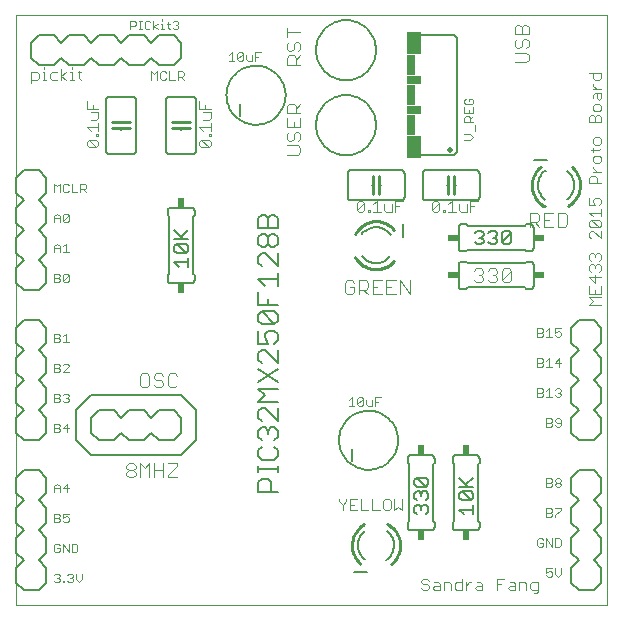
<source format=gto>
G75*
G70*
%OFA0B0*%
%FSLAX24Y24*%
%IPPOS*%
%LPD*%
%AMOC8*
5,1,8,0,0,1.08239X$1,22.5*
%
%ADD10C,0.0000*%
%ADD11C,0.0030*%
%ADD12C,0.0040*%
%ADD13C,0.0060*%
%ADD14C,0.0080*%
%ADD15C,0.0050*%
%ADD16C,0.0100*%
%ADD17C,0.0200*%
%ADD18R,0.0500X0.0750*%
%ADD19R,0.0300X0.0700*%
%ADD20R,0.0500X0.0300*%
%ADD21R,0.0340X0.0240*%
%ADD22R,0.0240X0.0340*%
D10*
X000685Y000685D02*
X000685Y020370D01*
X020370Y020370D01*
X020370Y000685D01*
X000685Y000685D01*
D11*
X001950Y001499D02*
X001999Y001450D01*
X002095Y001450D01*
X002144Y001499D01*
X002144Y001547D01*
X002095Y001595D01*
X002047Y001595D01*
X002095Y001595D02*
X002144Y001644D01*
X002144Y001692D01*
X002095Y001741D01*
X001999Y001741D01*
X001950Y001692D01*
X002245Y001499D02*
X002293Y001499D01*
X002293Y001450D01*
X002245Y001450D01*
X002245Y001499D01*
X002392Y001499D02*
X002441Y001450D01*
X002537Y001450D01*
X002586Y001499D01*
X002586Y001547D01*
X002537Y001595D01*
X002489Y001595D01*
X002537Y001595D02*
X002586Y001644D01*
X002586Y001692D01*
X002537Y001741D01*
X002441Y001741D01*
X002392Y001692D01*
X002687Y001741D02*
X002687Y001547D01*
X002784Y001450D01*
X002880Y001547D01*
X002880Y001741D01*
X002685Y002450D02*
X002733Y002499D01*
X002733Y002692D01*
X002685Y002741D01*
X002540Y002741D01*
X002540Y002450D01*
X002685Y002450D01*
X002438Y002450D02*
X002438Y002741D01*
X002245Y002741D02*
X002438Y002450D01*
X002245Y002450D02*
X002245Y002741D01*
X002144Y002692D02*
X002095Y002741D01*
X001999Y002741D01*
X001950Y002692D01*
X001950Y002499D01*
X001999Y002450D01*
X002095Y002450D01*
X002144Y002499D01*
X002144Y002595D01*
X002047Y002595D01*
X002095Y003450D02*
X001950Y003450D01*
X001950Y003741D01*
X002095Y003741D01*
X002144Y003692D01*
X002144Y003644D01*
X002095Y003595D01*
X001950Y003595D01*
X002095Y003595D02*
X002144Y003547D01*
X002144Y003499D01*
X002095Y003450D01*
X002245Y003499D02*
X002293Y003450D01*
X002390Y003450D01*
X002438Y003499D01*
X002438Y003595D01*
X002390Y003644D01*
X002342Y003644D01*
X002245Y003595D01*
X002245Y003741D01*
X002438Y003741D01*
X002390Y004450D02*
X002390Y004741D01*
X002245Y004595D01*
X002438Y004595D01*
X002144Y004595D02*
X001950Y004595D01*
X001950Y004644D02*
X002047Y004741D01*
X002144Y004644D01*
X002144Y004450D01*
X001950Y004450D02*
X001950Y004644D01*
X001950Y006450D02*
X002095Y006450D01*
X002144Y006499D01*
X002144Y006547D01*
X002095Y006595D01*
X001950Y006595D01*
X001950Y006450D02*
X001950Y006741D01*
X002095Y006741D01*
X002144Y006692D01*
X002144Y006644D01*
X002095Y006595D01*
X002245Y006595D02*
X002438Y006595D01*
X002390Y006450D02*
X002390Y006741D01*
X002245Y006595D01*
X002293Y007450D02*
X002245Y007499D01*
X002293Y007450D02*
X002390Y007450D01*
X002438Y007499D01*
X002438Y007547D01*
X002390Y007595D01*
X002342Y007595D01*
X002390Y007595D02*
X002438Y007644D01*
X002438Y007692D01*
X002390Y007741D01*
X002293Y007741D01*
X002245Y007692D01*
X002144Y007692D02*
X002144Y007644D01*
X002095Y007595D01*
X001950Y007595D01*
X001950Y007450D02*
X002095Y007450D01*
X002144Y007499D01*
X002144Y007547D01*
X002095Y007595D01*
X002144Y007692D02*
X002095Y007741D01*
X001950Y007741D01*
X001950Y007450D01*
X001950Y008450D02*
X002095Y008450D01*
X002144Y008499D01*
X002144Y008547D01*
X002095Y008595D01*
X001950Y008595D01*
X001950Y008450D02*
X001950Y008741D01*
X002095Y008741D01*
X002144Y008692D01*
X002144Y008644D01*
X002095Y008595D01*
X002245Y008692D02*
X002293Y008741D01*
X002390Y008741D01*
X002438Y008692D01*
X002438Y008644D01*
X002245Y008450D01*
X002438Y008450D01*
X002438Y009450D02*
X002245Y009450D01*
X002342Y009450D02*
X002342Y009741D01*
X002245Y009644D01*
X002144Y009644D02*
X002095Y009595D01*
X001950Y009595D01*
X001950Y009450D02*
X002095Y009450D01*
X002144Y009499D01*
X002144Y009547D01*
X002095Y009595D01*
X002144Y009644D02*
X002144Y009692D01*
X002095Y009741D01*
X001950Y009741D01*
X001950Y009450D01*
X001950Y011450D02*
X002095Y011450D01*
X002144Y011499D01*
X002144Y011547D01*
X002095Y011595D01*
X001950Y011595D01*
X001950Y011450D02*
X001950Y011741D01*
X002095Y011741D01*
X002144Y011692D01*
X002144Y011644D01*
X002095Y011595D01*
X002245Y011499D02*
X002438Y011692D01*
X002438Y011499D01*
X002390Y011450D01*
X002293Y011450D01*
X002245Y011499D01*
X002245Y011692D01*
X002293Y011741D01*
X002390Y011741D01*
X002438Y011692D01*
X002438Y012450D02*
X002245Y012450D01*
X002342Y012450D02*
X002342Y012741D01*
X002245Y012644D01*
X002144Y012644D02*
X002144Y012450D01*
X002144Y012595D02*
X001950Y012595D01*
X001950Y012644D02*
X002047Y012741D01*
X002144Y012644D01*
X001950Y012644D02*
X001950Y012450D01*
X001950Y013450D02*
X001950Y013644D01*
X002047Y013741D01*
X002144Y013644D01*
X002144Y013450D01*
X002245Y013499D02*
X002438Y013692D01*
X002438Y013499D01*
X002390Y013450D01*
X002293Y013450D01*
X002245Y013499D01*
X002245Y013692D01*
X002293Y013741D01*
X002390Y013741D01*
X002438Y013692D01*
X002144Y013595D02*
X001950Y013595D01*
X001950Y014450D02*
X001950Y014741D01*
X002047Y014644D01*
X002144Y014741D01*
X002144Y014450D01*
X002245Y014499D02*
X002293Y014450D01*
X002390Y014450D01*
X002438Y014499D01*
X002540Y014450D02*
X002540Y014741D01*
X002438Y014692D02*
X002390Y014741D01*
X002293Y014741D01*
X002245Y014692D01*
X002245Y014499D01*
X002540Y014450D02*
X002733Y014450D01*
X002834Y014450D02*
X002834Y014741D01*
X002979Y014741D01*
X003028Y014692D01*
X003028Y014595D01*
X002979Y014547D01*
X002834Y014547D01*
X002931Y014547D02*
X003028Y014450D01*
X003112Y015950D02*
X003050Y016012D01*
X003050Y016136D01*
X003112Y016197D01*
X003359Y015950D01*
X003420Y016012D01*
X003420Y016136D01*
X003359Y016197D01*
X003112Y016197D01*
X003112Y015950D02*
X003359Y015950D01*
X003359Y016319D02*
X003359Y016380D01*
X003420Y016380D01*
X003420Y016319D01*
X003359Y016319D01*
X003420Y016503D02*
X003420Y016750D01*
X003420Y016626D02*
X003050Y016626D01*
X003174Y016503D01*
X003174Y016871D02*
X003359Y016871D01*
X003420Y016933D01*
X003420Y017118D01*
X003174Y017118D01*
X003235Y017239D02*
X003235Y017363D01*
X003050Y017239D02*
X003050Y017486D01*
X003050Y017239D02*
X003420Y017239D01*
X002858Y018200D02*
X002797Y018262D01*
X002797Y018509D01*
X002858Y018447D02*
X002735Y018447D01*
X002551Y018447D02*
X002551Y018200D01*
X002489Y018200D02*
X002613Y018200D01*
X002368Y018200D02*
X002182Y018324D01*
X002368Y018447D01*
X002489Y018447D02*
X002551Y018447D01*
X002551Y018571D02*
X002551Y018632D01*
X002182Y018571D02*
X002182Y018200D01*
X002061Y018200D02*
X001876Y018200D01*
X001814Y018262D01*
X001814Y018386D01*
X001876Y018447D01*
X002061Y018447D01*
X001692Y018200D02*
X001569Y018200D01*
X001630Y018200D02*
X001630Y018447D01*
X001569Y018447D01*
X001447Y018386D02*
X001447Y018262D01*
X001386Y018200D01*
X001200Y018200D01*
X001200Y018077D02*
X001200Y018447D01*
X001386Y018447D01*
X001447Y018386D01*
X001630Y018571D02*
X001630Y018632D01*
X004482Y019880D02*
X004482Y020171D01*
X004627Y020171D01*
X004675Y020122D01*
X004675Y020025D01*
X004627Y019977D01*
X004482Y019977D01*
X004776Y019880D02*
X004873Y019880D01*
X004825Y019880D02*
X004825Y020171D01*
X004873Y020171D02*
X004776Y020171D01*
X004973Y020122D02*
X004973Y019929D01*
X005021Y019880D01*
X005118Y019880D01*
X005166Y019929D01*
X005267Y019977D02*
X005412Y020074D01*
X005513Y020074D02*
X005561Y020074D01*
X005561Y019880D01*
X005513Y019880D02*
X005610Y019880D01*
X005758Y019929D02*
X005758Y020122D01*
X005806Y020074D02*
X005709Y020074D01*
X005758Y019929D02*
X005806Y019880D01*
X005906Y019929D02*
X005954Y019880D01*
X006051Y019880D01*
X006099Y019929D01*
X006099Y019977D01*
X006051Y020025D01*
X006002Y020025D01*
X006051Y020025D02*
X006099Y020074D01*
X006099Y020122D01*
X006051Y020171D01*
X005954Y020171D01*
X005906Y020122D01*
X005561Y020171D02*
X005561Y020219D01*
X005267Y020171D02*
X005267Y019880D01*
X005267Y019977D02*
X005412Y019880D01*
X005166Y020122D02*
X005118Y020171D01*
X005021Y020171D01*
X004973Y020122D01*
X005200Y018491D02*
X005297Y018394D01*
X005394Y018491D01*
X005394Y018200D01*
X005495Y018249D02*
X005495Y018442D01*
X005543Y018491D01*
X005640Y018491D01*
X005688Y018442D01*
X005790Y018491D02*
X005790Y018200D01*
X005983Y018200D01*
X006084Y018200D02*
X006084Y018491D01*
X006229Y018491D01*
X006278Y018442D01*
X006278Y018345D01*
X006229Y018297D01*
X006084Y018297D01*
X006181Y018297D02*
X006278Y018200D01*
X005688Y018249D02*
X005640Y018200D01*
X005543Y018200D01*
X005495Y018249D01*
X005200Y018200D02*
X005200Y018491D01*
X006800Y017486D02*
X006800Y017239D01*
X007170Y017239D01*
X007170Y017118D02*
X006924Y017118D01*
X006985Y017239D02*
X006985Y017363D01*
X007170Y017118D02*
X007170Y016933D01*
X007109Y016871D01*
X006924Y016871D01*
X006800Y016626D02*
X007170Y016626D01*
X007170Y016503D02*
X007170Y016750D01*
X006924Y016503D02*
X006800Y016626D01*
X007109Y016380D02*
X007170Y016380D01*
X007170Y016319D01*
X007109Y016319D01*
X007109Y016380D01*
X007109Y016197D02*
X007170Y016136D01*
X007170Y016012D01*
X007109Y015950D01*
X006862Y016197D01*
X007109Y016197D01*
X007109Y015950D02*
X006862Y015950D01*
X006800Y016012D01*
X006800Y016136D01*
X006862Y016197D01*
X007772Y018830D02*
X007965Y018830D01*
X007869Y018830D02*
X007869Y019121D01*
X007772Y019024D01*
X008066Y019072D02*
X008066Y018879D01*
X008260Y019072D01*
X008260Y018879D01*
X008212Y018830D01*
X008115Y018830D01*
X008066Y018879D01*
X008066Y019072D02*
X008115Y019121D01*
X008212Y019121D01*
X008260Y019072D01*
X008361Y019024D02*
X008361Y018879D01*
X008409Y018830D01*
X008555Y018830D01*
X008555Y019024D01*
X008656Y018975D02*
X008752Y018975D01*
X008656Y018830D02*
X008656Y019121D01*
X008849Y019121D01*
X012105Y014171D02*
X012043Y014109D01*
X012043Y013862D01*
X012290Y014109D01*
X012290Y013862D01*
X012228Y013800D01*
X012105Y013800D01*
X012043Y013862D01*
X012105Y014171D02*
X012228Y014171D01*
X012290Y014109D01*
X012411Y013862D02*
X012473Y013862D01*
X012473Y013800D01*
X012411Y013800D01*
X012411Y013862D01*
X012595Y013800D02*
X012842Y013800D01*
X012719Y013800D02*
X012719Y014171D01*
X012595Y014047D01*
X012964Y014047D02*
X012964Y013862D01*
X013025Y013800D01*
X013211Y013800D01*
X013211Y014047D01*
X013332Y013986D02*
X013455Y013986D01*
X013332Y013800D02*
X013332Y014171D01*
X013579Y014171D01*
X014543Y014109D02*
X014543Y013862D01*
X014790Y014109D01*
X014790Y013862D01*
X014728Y013800D01*
X014605Y013800D01*
X014543Y013862D01*
X014543Y014109D02*
X014605Y014171D01*
X014728Y014171D01*
X014790Y014109D01*
X014911Y013862D02*
X014973Y013862D01*
X014973Y013800D01*
X014911Y013800D01*
X014911Y013862D01*
X015095Y013800D02*
X015342Y013800D01*
X015219Y013800D02*
X015219Y014171D01*
X015095Y014047D01*
X015464Y014047D02*
X015464Y013862D01*
X015525Y013800D01*
X015711Y013800D01*
X015711Y014047D01*
X015832Y013986D02*
X015955Y013986D01*
X015832Y013800D02*
X015832Y014171D01*
X016079Y014171D01*
X015824Y016200D02*
X015630Y016200D01*
X015824Y016200D02*
X015920Y016297D01*
X015824Y016394D01*
X015630Y016394D01*
X015969Y016495D02*
X015969Y016688D01*
X015920Y016790D02*
X015630Y016790D01*
X015630Y016935D01*
X015679Y016983D01*
X015775Y016983D01*
X015824Y016935D01*
X015824Y016790D01*
X015824Y016886D02*
X015920Y016983D01*
X015920Y017084D02*
X015920Y017278D01*
X015872Y017379D02*
X015679Y017379D01*
X015630Y017427D01*
X015630Y017524D01*
X015679Y017572D01*
X015775Y017572D02*
X015775Y017476D01*
X015775Y017572D02*
X015872Y017572D01*
X015920Y017524D01*
X015920Y017427D01*
X015872Y017379D01*
X015775Y017181D02*
X015775Y017084D01*
X015630Y017084D02*
X015630Y017278D01*
X015630Y017084D02*
X015920Y017084D01*
X019800Y016963D02*
X019800Y016777D01*
X020170Y016777D01*
X020170Y016963D01*
X020109Y017024D01*
X020047Y017024D01*
X019985Y016963D01*
X019985Y016777D01*
X019985Y016963D02*
X019924Y017024D01*
X019862Y017024D01*
X019800Y016963D01*
X019985Y017146D02*
X020109Y017146D01*
X020170Y017207D01*
X020170Y017331D01*
X020109Y017393D01*
X019985Y017393D01*
X019924Y017331D01*
X019924Y017207D01*
X019985Y017146D01*
X020109Y017514D02*
X020047Y017576D01*
X020047Y017761D01*
X019985Y017761D02*
X020170Y017761D01*
X020170Y017576D01*
X020109Y017514D01*
X019924Y017576D02*
X019924Y017699D01*
X019985Y017761D01*
X019924Y017882D02*
X020170Y017882D01*
X020047Y017882D02*
X019924Y018006D01*
X019924Y018067D01*
X019985Y018189D02*
X019924Y018251D01*
X019924Y018436D01*
X019800Y018436D02*
X020170Y018436D01*
X020170Y018251D01*
X020109Y018189D01*
X019985Y018189D01*
X019985Y016288D02*
X019924Y016226D01*
X019924Y016102D01*
X019985Y016041D01*
X020109Y016041D01*
X020170Y016102D01*
X020170Y016226D01*
X020109Y016288D01*
X019985Y016288D01*
X019924Y015919D02*
X019924Y015795D01*
X019862Y015857D02*
X020109Y015857D01*
X020170Y015919D01*
X020109Y015674D02*
X019985Y015674D01*
X019924Y015612D01*
X019924Y015489D01*
X019985Y015427D01*
X020109Y015427D01*
X020170Y015489D01*
X020170Y015612D01*
X020109Y015674D01*
X019924Y015305D02*
X019924Y015243D01*
X020047Y015120D01*
X020170Y015120D02*
X019924Y015120D01*
X019985Y014999D02*
X020047Y014937D01*
X020047Y014752D01*
X020170Y014752D02*
X019800Y014752D01*
X019800Y014937D01*
X019862Y014999D01*
X019985Y014999D01*
X019985Y014262D02*
X020109Y014262D01*
X020170Y014200D01*
X020170Y014077D01*
X020109Y014015D01*
X019985Y014015D02*
X019924Y014139D01*
X019924Y014200D01*
X019985Y014262D01*
X019800Y014262D02*
X019800Y014015D01*
X019985Y014015D01*
X020170Y013894D02*
X020170Y013647D01*
X020170Y013770D02*
X019800Y013770D01*
X019924Y013647D01*
X019862Y013525D02*
X019800Y013464D01*
X019800Y013340D01*
X019862Y013279D01*
X020109Y013279D01*
X019862Y013525D01*
X020109Y013525D01*
X020170Y013464D01*
X020170Y013340D01*
X020109Y013279D01*
X020170Y013157D02*
X020170Y012910D01*
X019924Y013157D01*
X019862Y013157D01*
X019800Y013095D01*
X019800Y012972D01*
X019862Y012910D01*
X019862Y012420D02*
X019800Y012359D01*
X019800Y012235D01*
X019862Y012174D01*
X019862Y012052D02*
X019800Y011990D01*
X019800Y011867D01*
X019862Y011805D01*
X019985Y011684D02*
X019985Y011437D01*
X019800Y011622D01*
X020170Y011622D01*
X020109Y011805D02*
X020170Y011867D01*
X020170Y011990D01*
X020109Y012052D01*
X020047Y012052D01*
X019985Y011990D01*
X019985Y011929D01*
X019985Y011990D02*
X019924Y012052D01*
X019862Y012052D01*
X019985Y012297D02*
X019985Y012359D01*
X020047Y012420D01*
X020109Y012420D01*
X020170Y012359D01*
X020170Y012235D01*
X020109Y012174D01*
X019985Y012359D02*
X019924Y012420D01*
X019862Y012420D01*
X019800Y011316D02*
X019800Y011069D01*
X020170Y011069D01*
X020170Y011316D01*
X019985Y011192D02*
X019985Y011069D01*
X019800Y010947D02*
X020170Y010947D01*
X020170Y010700D02*
X019800Y010700D01*
X019924Y010824D01*
X019800Y010947D01*
X018849Y009921D02*
X018656Y009921D01*
X018656Y009775D01*
X018752Y009824D01*
X018801Y009824D01*
X018849Y009775D01*
X018849Y009679D01*
X018801Y009630D01*
X018704Y009630D01*
X018656Y009679D01*
X018555Y009630D02*
X018361Y009630D01*
X018458Y009630D02*
X018458Y009921D01*
X018361Y009824D01*
X018260Y009824D02*
X018212Y009775D01*
X018066Y009775D01*
X018066Y009630D02*
X018212Y009630D01*
X018260Y009679D01*
X018260Y009727D01*
X018212Y009775D01*
X018260Y009824D02*
X018260Y009872D01*
X018212Y009921D01*
X018066Y009921D01*
X018066Y009630D01*
X018066Y008921D02*
X018212Y008921D01*
X018260Y008872D01*
X018260Y008824D01*
X018212Y008775D01*
X018066Y008775D01*
X018066Y008630D02*
X018066Y008921D01*
X018212Y008775D02*
X018260Y008727D01*
X018260Y008679D01*
X018212Y008630D01*
X018066Y008630D01*
X018361Y008630D02*
X018555Y008630D01*
X018458Y008630D02*
X018458Y008921D01*
X018361Y008824D01*
X018656Y008775D02*
X018849Y008775D01*
X018801Y008630D02*
X018801Y008921D01*
X018656Y008775D01*
X018704Y007921D02*
X018801Y007921D01*
X018849Y007872D01*
X018849Y007824D01*
X018801Y007775D01*
X018849Y007727D01*
X018849Y007679D01*
X018801Y007630D01*
X018704Y007630D01*
X018656Y007679D01*
X018555Y007630D02*
X018361Y007630D01*
X018458Y007630D02*
X018458Y007921D01*
X018361Y007824D01*
X018260Y007824D02*
X018212Y007775D01*
X018066Y007775D01*
X018066Y007630D02*
X018066Y007921D01*
X018212Y007921D01*
X018260Y007872D01*
X018260Y007824D01*
X018212Y007775D02*
X018260Y007727D01*
X018260Y007679D01*
X018212Y007630D01*
X018066Y007630D01*
X018656Y007872D02*
X018704Y007921D01*
X018752Y007775D02*
X018801Y007775D01*
X018801Y006921D02*
X018704Y006921D01*
X018656Y006872D01*
X018656Y006824D01*
X018704Y006775D01*
X018849Y006775D01*
X018849Y006679D02*
X018849Y006872D01*
X018801Y006921D01*
X018849Y006679D02*
X018801Y006630D01*
X018704Y006630D01*
X018656Y006679D01*
X018555Y006679D02*
X018506Y006630D01*
X018361Y006630D01*
X018361Y006921D01*
X018506Y006921D01*
X018555Y006872D01*
X018555Y006824D01*
X018506Y006775D01*
X018361Y006775D01*
X018506Y006775D02*
X018555Y006727D01*
X018555Y006679D01*
X018506Y004921D02*
X018361Y004921D01*
X018361Y004630D01*
X018506Y004630D01*
X018555Y004679D01*
X018555Y004727D01*
X018506Y004775D01*
X018361Y004775D01*
X018506Y004775D02*
X018555Y004824D01*
X018555Y004872D01*
X018506Y004921D01*
X018656Y004872D02*
X018656Y004824D01*
X018704Y004775D01*
X018801Y004775D01*
X018849Y004727D01*
X018849Y004679D01*
X018801Y004630D01*
X018704Y004630D01*
X018656Y004679D01*
X018656Y004727D01*
X018704Y004775D01*
X018801Y004775D02*
X018849Y004824D01*
X018849Y004872D01*
X018801Y004921D01*
X018704Y004921D01*
X018656Y004872D01*
X018656Y003921D02*
X018849Y003921D01*
X018849Y003872D01*
X018656Y003679D01*
X018656Y003630D01*
X018555Y003679D02*
X018506Y003630D01*
X018361Y003630D01*
X018361Y003921D01*
X018506Y003921D01*
X018555Y003872D01*
X018555Y003824D01*
X018506Y003775D01*
X018361Y003775D01*
X018506Y003775D02*
X018555Y003727D01*
X018555Y003679D01*
X018555Y002921D02*
X018555Y002630D01*
X018361Y002921D01*
X018361Y002630D01*
X018260Y002679D02*
X018260Y002775D01*
X018163Y002775D01*
X018066Y002679D02*
X018115Y002630D01*
X018212Y002630D01*
X018260Y002679D01*
X018260Y002872D02*
X018212Y002921D01*
X018115Y002921D01*
X018066Y002872D01*
X018066Y002679D01*
X018656Y002630D02*
X018801Y002630D01*
X018849Y002679D01*
X018849Y002872D01*
X018801Y002921D01*
X018656Y002921D01*
X018656Y002630D01*
X018656Y001921D02*
X018656Y001727D01*
X018752Y001630D01*
X018849Y001727D01*
X018849Y001921D01*
X018555Y001921D02*
X018361Y001921D01*
X018361Y001775D01*
X018458Y001824D01*
X018506Y001824D01*
X018555Y001775D01*
X018555Y001679D01*
X018506Y001630D01*
X018409Y001630D01*
X018361Y001679D01*
X018069Y001447D02*
X017884Y001447D01*
X017822Y001386D01*
X017822Y001262D01*
X017884Y001200D01*
X018069Y001200D01*
X018069Y001139D02*
X018069Y001447D01*
X018069Y001139D02*
X018007Y001077D01*
X017945Y001077D01*
X017701Y001200D02*
X017701Y001386D01*
X017639Y001447D01*
X017454Y001447D01*
X017454Y001200D01*
X017332Y001200D02*
X017147Y001200D01*
X017085Y001262D01*
X017147Y001324D01*
X017332Y001324D01*
X017332Y001386D02*
X017332Y001200D01*
X017332Y001386D02*
X017271Y001447D01*
X017147Y001447D01*
X016964Y001571D02*
X016717Y001571D01*
X016717Y001200D01*
X016717Y001386D02*
X016841Y001386D01*
X016227Y001386D02*
X016227Y001200D01*
X016042Y001200D01*
X015980Y001262D01*
X016042Y001324D01*
X016227Y001324D01*
X016227Y001386D02*
X016166Y001447D01*
X016042Y001447D01*
X015859Y001447D02*
X015797Y001447D01*
X015674Y001324D01*
X015674Y001447D02*
X015674Y001200D01*
X015552Y001200D02*
X015367Y001200D01*
X015305Y001262D01*
X015305Y001386D01*
X015367Y001447D01*
X015552Y001447D01*
X015552Y001571D02*
X015552Y001200D01*
X015184Y001200D02*
X015184Y001386D01*
X015122Y001447D01*
X014937Y001447D01*
X014937Y001200D01*
X014816Y001200D02*
X014816Y001386D01*
X014754Y001447D01*
X014630Y001447D01*
X014630Y001324D02*
X014816Y001324D01*
X014816Y001200D02*
X014630Y001200D01*
X014569Y001262D01*
X014630Y001324D01*
X014447Y001324D02*
X014447Y001262D01*
X014386Y001200D01*
X014262Y001200D01*
X014200Y001262D01*
X014262Y001386D02*
X014386Y001386D01*
X014447Y001324D01*
X014447Y001509D02*
X014386Y001571D01*
X014262Y001571D01*
X014200Y001509D01*
X014200Y001447D01*
X014262Y001386D01*
X013539Y003850D02*
X013539Y004221D01*
X013292Y004221D02*
X013292Y003850D01*
X013415Y003974D01*
X013539Y003850D01*
X013170Y003912D02*
X013170Y004159D01*
X013109Y004221D01*
X012985Y004221D01*
X012924Y004159D01*
X012924Y003912D01*
X012985Y003850D01*
X013109Y003850D01*
X013170Y003912D01*
X012802Y003850D02*
X012555Y003850D01*
X012555Y004221D01*
X012187Y004221D02*
X012187Y003850D01*
X012434Y003850D01*
X012066Y003850D02*
X011819Y003850D01*
X011819Y004221D01*
X012066Y004221D01*
X011942Y004036D02*
X011819Y004036D01*
X011697Y004159D02*
X011697Y004221D01*
X011697Y004159D02*
X011574Y004036D01*
X011574Y003850D01*
X011574Y004036D02*
X011450Y004159D01*
X011450Y004221D01*
X011772Y007330D02*
X011965Y007330D01*
X011869Y007330D02*
X011869Y007621D01*
X011772Y007524D01*
X012066Y007572D02*
X012066Y007379D01*
X012260Y007572D01*
X012260Y007379D01*
X012212Y007330D01*
X012115Y007330D01*
X012066Y007379D01*
X012066Y007572D02*
X012115Y007621D01*
X012212Y007621D01*
X012260Y007572D01*
X012361Y007524D02*
X012361Y007379D01*
X012409Y007330D01*
X012555Y007330D01*
X012555Y007524D01*
X012656Y007475D02*
X012752Y007475D01*
X012656Y007330D02*
X012656Y007621D01*
X012849Y007621D01*
D12*
X012881Y011055D02*
X012574Y011055D01*
X012574Y011516D01*
X012881Y011516D01*
X013034Y011516D02*
X013034Y011055D01*
X013341Y011055D01*
X013495Y011055D02*
X013495Y011516D01*
X013802Y011055D01*
X013802Y011516D01*
X013341Y011516D02*
X013034Y011516D01*
X013034Y011286D02*
X013188Y011286D01*
X012728Y011286D02*
X012574Y011286D01*
X012421Y011286D02*
X012344Y011209D01*
X012114Y011209D01*
X012267Y011209D02*
X012421Y011055D01*
X012114Y011055D02*
X012114Y011516D01*
X012344Y011516D01*
X012421Y011439D01*
X012421Y011286D01*
X011960Y011286D02*
X011960Y011132D01*
X011884Y011055D01*
X011730Y011055D01*
X011653Y011132D01*
X011653Y011439D01*
X011730Y011516D01*
X011884Y011516D01*
X011960Y011439D01*
X011960Y011286D02*
X011807Y011286D01*
X015955Y011532D02*
X016032Y011455D01*
X016186Y011455D01*
X016262Y011532D01*
X016262Y011609D01*
X016186Y011686D01*
X016109Y011686D01*
X016186Y011686D02*
X016262Y011762D01*
X016262Y011839D01*
X016186Y011916D01*
X016032Y011916D01*
X015955Y011839D01*
X016416Y011839D02*
X016492Y011916D01*
X016646Y011916D01*
X016723Y011839D01*
X016723Y011762D01*
X016646Y011686D01*
X016723Y011609D01*
X016723Y011532D01*
X016646Y011455D01*
X016492Y011455D01*
X016416Y011532D01*
X016569Y011686D02*
X016646Y011686D01*
X016876Y011839D02*
X016953Y011916D01*
X017106Y011916D01*
X017183Y011839D01*
X016876Y011532D01*
X016953Y011455D01*
X017106Y011455D01*
X017183Y011532D01*
X017183Y011839D01*
X016876Y011839D02*
X016876Y011532D01*
X017824Y013305D02*
X017824Y013766D01*
X018054Y013766D01*
X018131Y013689D01*
X018131Y013536D01*
X018054Y013459D01*
X017824Y013459D01*
X017978Y013459D02*
X018131Y013305D01*
X018285Y013305D02*
X018591Y013305D01*
X018745Y013305D02*
X018975Y013305D01*
X019052Y013382D01*
X019052Y013689D01*
X018975Y013766D01*
X018745Y013766D01*
X018745Y013305D01*
X018438Y013536D02*
X018285Y013536D01*
X018285Y013766D02*
X018285Y013305D01*
X018285Y013766D02*
X018591Y013766D01*
X017693Y018796D02*
X017309Y018796D01*
X017309Y019103D02*
X017693Y019103D01*
X017770Y019026D01*
X017770Y018873D01*
X017693Y018796D01*
X017693Y019256D02*
X017770Y019333D01*
X017770Y019486D01*
X017693Y019563D01*
X017616Y019563D01*
X017540Y019486D01*
X017540Y019333D01*
X017463Y019256D01*
X017386Y019256D01*
X017309Y019333D01*
X017309Y019486D01*
X017386Y019563D01*
X017309Y019717D02*
X017309Y019947D01*
X017386Y020024D01*
X017463Y020024D01*
X017540Y019947D01*
X017540Y019717D01*
X017770Y019717D02*
X017770Y019947D01*
X017693Y020024D01*
X017616Y020024D01*
X017540Y019947D01*
X017770Y019717D02*
X017309Y019717D01*
X010165Y019779D02*
X009705Y019779D01*
X009705Y019626D02*
X009705Y019933D01*
X009782Y019473D02*
X009705Y019396D01*
X009705Y019242D01*
X009782Y019166D01*
X009858Y019166D01*
X009935Y019242D01*
X009935Y019396D01*
X010012Y019473D01*
X010089Y019473D01*
X010165Y019396D01*
X010165Y019242D01*
X010089Y019166D01*
X010165Y019012D02*
X010012Y018859D01*
X010012Y018936D02*
X010012Y018705D01*
X010165Y018705D02*
X009705Y018705D01*
X009705Y018936D01*
X009782Y019012D01*
X009935Y019012D01*
X010012Y018936D01*
X009935Y017393D02*
X009782Y017393D01*
X009705Y017317D01*
X009705Y017086D01*
X010165Y017086D01*
X010165Y016933D02*
X010165Y016626D01*
X009705Y016626D01*
X009705Y016933D01*
X009935Y016779D02*
X009935Y016626D01*
X010012Y016473D02*
X010089Y016473D01*
X010165Y016396D01*
X010165Y016242D01*
X010089Y016166D01*
X010089Y016012D02*
X009705Y016012D01*
X009782Y016166D02*
X009858Y016166D01*
X009935Y016242D01*
X009935Y016396D01*
X010012Y016473D01*
X009782Y016473D02*
X009705Y016396D01*
X009705Y016242D01*
X009782Y016166D01*
X010089Y016012D02*
X010165Y015936D01*
X010165Y015782D01*
X010089Y015705D01*
X009705Y015705D01*
X010012Y017086D02*
X010012Y017317D01*
X009935Y017393D01*
X010012Y017240D02*
X010165Y017393D01*
X005975Y008416D02*
X005822Y008416D01*
X005745Y008339D01*
X005745Y008032D01*
X005822Y007955D01*
X005975Y007955D01*
X006052Y008032D01*
X006052Y008339D02*
X005975Y008416D01*
X005591Y008339D02*
X005515Y008416D01*
X005361Y008416D01*
X005285Y008339D01*
X005285Y008262D01*
X005361Y008186D01*
X005515Y008186D01*
X005591Y008109D01*
X005591Y008032D01*
X005515Y007955D01*
X005361Y007955D01*
X005285Y008032D01*
X005131Y008032D02*
X005131Y008339D01*
X005054Y008416D01*
X004901Y008416D01*
X004824Y008339D01*
X004824Y008032D01*
X004901Y007955D01*
X005054Y007955D01*
X005131Y008032D01*
X005131Y005416D02*
X004978Y005262D01*
X004824Y005416D01*
X004824Y004955D01*
X004671Y005032D02*
X004594Y004955D01*
X004441Y004955D01*
X004364Y005032D01*
X004364Y005109D01*
X004441Y005186D01*
X004594Y005186D01*
X004671Y005109D01*
X004671Y005032D01*
X004594Y005186D02*
X004671Y005262D01*
X004671Y005339D01*
X004594Y005416D01*
X004441Y005416D01*
X004364Y005339D01*
X004364Y005262D01*
X004441Y005186D01*
X005131Y005416D02*
X005131Y004955D01*
X005285Y004955D02*
X005285Y005416D01*
X005285Y005186D02*
X005591Y005186D01*
X005745Y005032D02*
X005745Y004955D01*
X006052Y004955D01*
X005745Y005032D02*
X006052Y005339D01*
X006052Y005416D01*
X005745Y005416D01*
X005591Y005416D02*
X005591Y004955D01*
D13*
X008765Y005110D02*
X008765Y005323D01*
X008765Y005217D02*
X009405Y005217D01*
X009405Y005323D02*
X009405Y005110D01*
X009085Y004892D02*
X009192Y004786D01*
X009192Y004465D01*
X009405Y004465D02*
X008765Y004465D01*
X008765Y004786D01*
X008872Y004892D01*
X009085Y004892D01*
X008872Y005540D02*
X009299Y005540D01*
X009405Y005646D01*
X009405Y005860D01*
X009299Y005967D01*
X009299Y006184D02*
X009405Y006291D01*
X009405Y006504D01*
X009299Y006611D01*
X009192Y006611D01*
X009085Y006504D01*
X009085Y006398D01*
X009085Y006504D02*
X008978Y006611D01*
X008872Y006611D01*
X008765Y006504D01*
X008765Y006291D01*
X008872Y006184D01*
X008872Y005967D02*
X008765Y005860D01*
X008765Y005646D01*
X008872Y005540D01*
X008872Y006829D02*
X008765Y006935D01*
X008765Y007149D01*
X008872Y007256D01*
X008978Y007256D01*
X009405Y006829D01*
X009405Y007256D01*
X009405Y007473D02*
X008765Y007473D01*
X008978Y007687D01*
X008765Y007900D01*
X009405Y007900D01*
X009405Y008118D02*
X008765Y008545D01*
X008872Y008762D02*
X008765Y008869D01*
X008765Y009082D01*
X008872Y009189D01*
X008978Y009189D01*
X009405Y008762D01*
X009405Y009189D01*
X009299Y009407D02*
X009405Y009513D01*
X009405Y009727D01*
X009299Y009834D01*
X009085Y009834D01*
X008978Y009727D01*
X008978Y009620D01*
X009085Y009407D01*
X008765Y009407D01*
X008765Y009834D01*
X008872Y010051D02*
X008765Y010158D01*
X008765Y010371D01*
X008872Y010478D01*
X009299Y010051D01*
X009405Y010158D01*
X009405Y010371D01*
X009299Y010478D01*
X008872Y010478D01*
X008765Y010696D02*
X008765Y011123D01*
X008978Y011340D02*
X008765Y011554D01*
X009405Y011554D01*
X009405Y011767D02*
X009405Y011340D01*
X009085Y010909D02*
X009085Y010696D01*
X009405Y010696D02*
X008765Y010696D01*
X008872Y010051D02*
X009299Y010051D01*
X009405Y008545D02*
X008765Y008118D01*
X006535Y011435D02*
X005835Y011435D01*
X005818Y011437D01*
X005801Y011441D01*
X005785Y011448D01*
X005771Y011458D01*
X005758Y011471D01*
X005748Y011485D01*
X005741Y011501D01*
X005737Y011518D01*
X005735Y011535D01*
X005735Y011685D01*
X005785Y011735D01*
X005785Y013635D01*
X005735Y013685D01*
X005735Y013835D01*
X005737Y013852D01*
X005741Y013869D01*
X005748Y013885D01*
X005758Y013899D01*
X005771Y013912D01*
X005785Y013922D01*
X005801Y013929D01*
X005818Y013933D01*
X005835Y013935D01*
X006535Y013935D01*
X006552Y013933D01*
X006569Y013929D01*
X006585Y013922D01*
X006599Y013912D01*
X006612Y013899D01*
X006622Y013885D01*
X006629Y013869D01*
X006633Y013852D01*
X006635Y013835D01*
X006635Y013685D01*
X006585Y013635D01*
X006585Y011735D01*
X006635Y011685D01*
X006635Y011535D01*
X006633Y011518D01*
X006629Y011501D01*
X006622Y011485D01*
X006612Y011471D01*
X006599Y011458D01*
X006585Y011448D01*
X006569Y011441D01*
X006552Y011437D01*
X006535Y011435D01*
X008765Y012092D02*
X008872Y011985D01*
X008765Y012092D02*
X008765Y012305D01*
X008872Y012412D01*
X008978Y012412D01*
X009405Y011985D01*
X009405Y012412D01*
X009299Y012629D02*
X009192Y012629D01*
X009085Y012736D01*
X009085Y012950D01*
X009192Y013056D01*
X009299Y013056D01*
X009405Y012950D01*
X009405Y012736D01*
X009299Y012629D01*
X009085Y012736D02*
X008978Y012629D01*
X008872Y012629D01*
X008765Y012736D01*
X008765Y012950D01*
X008872Y013056D01*
X008978Y013056D01*
X009085Y012950D01*
X009085Y013274D02*
X009085Y013594D01*
X009192Y013701D01*
X009299Y013701D01*
X009405Y013594D01*
X009405Y013274D01*
X008765Y013274D01*
X008765Y013594D01*
X008872Y013701D01*
X008978Y013701D01*
X009085Y013594D01*
X006685Y015835D02*
X006685Y017535D01*
X006683Y017552D01*
X006679Y017569D01*
X006672Y017585D01*
X006662Y017599D01*
X006649Y017612D01*
X006635Y017622D01*
X006619Y017629D01*
X006602Y017633D01*
X006585Y017635D01*
X005785Y017635D01*
X005768Y017633D01*
X005751Y017629D01*
X005735Y017622D01*
X005721Y017612D01*
X005708Y017599D01*
X005698Y017585D01*
X005691Y017569D01*
X005687Y017552D01*
X005685Y017535D01*
X005685Y015835D01*
X005687Y015818D01*
X005691Y015801D01*
X005698Y015785D01*
X005708Y015771D01*
X005721Y015758D01*
X005735Y015748D01*
X005751Y015741D01*
X005768Y015737D01*
X005785Y015735D01*
X006585Y015735D01*
X006602Y015737D01*
X006619Y015741D01*
X006635Y015748D01*
X006649Y015758D01*
X006662Y015771D01*
X006672Y015785D01*
X006679Y015801D01*
X006683Y015818D01*
X006685Y015835D01*
X006185Y016535D02*
X006185Y016585D01*
X006185Y016785D02*
X006185Y016835D01*
X004685Y017535D02*
X004685Y015835D01*
X004683Y015818D01*
X004679Y015801D01*
X004672Y015785D01*
X004662Y015771D01*
X004649Y015758D01*
X004635Y015748D01*
X004619Y015741D01*
X004602Y015737D01*
X004585Y015735D01*
X003785Y015735D01*
X003768Y015737D01*
X003751Y015741D01*
X003735Y015748D01*
X003721Y015758D01*
X003708Y015771D01*
X003698Y015785D01*
X003691Y015801D01*
X003687Y015818D01*
X003685Y015835D01*
X003685Y017535D01*
X003687Y017552D01*
X003691Y017569D01*
X003698Y017585D01*
X003708Y017599D01*
X003721Y017612D01*
X003735Y017622D01*
X003751Y017629D01*
X003768Y017633D01*
X003785Y017635D01*
X004585Y017635D01*
X004602Y017633D01*
X004619Y017629D01*
X004635Y017622D01*
X004649Y017612D01*
X004662Y017599D01*
X004672Y017585D01*
X004679Y017569D01*
X004683Y017552D01*
X004685Y017535D01*
X004185Y016835D02*
X004185Y016785D01*
X004185Y016585D02*
X004185Y016535D01*
X011735Y015085D02*
X011735Y014285D01*
X011737Y014268D01*
X011741Y014251D01*
X011748Y014235D01*
X011758Y014221D01*
X011771Y014208D01*
X011785Y014198D01*
X011801Y014191D01*
X011818Y014187D01*
X011835Y014185D01*
X013535Y014185D01*
X013552Y014187D01*
X013569Y014191D01*
X013585Y014198D01*
X013599Y014208D01*
X013612Y014221D01*
X013622Y014235D01*
X013629Y014251D01*
X013633Y014268D01*
X013635Y014285D01*
X013635Y015085D01*
X013633Y015102D01*
X013629Y015119D01*
X013622Y015135D01*
X013612Y015149D01*
X013599Y015162D01*
X013585Y015172D01*
X013569Y015179D01*
X013552Y015183D01*
X013535Y015185D01*
X011835Y015185D01*
X011818Y015183D01*
X011801Y015179D01*
X011785Y015172D01*
X011771Y015162D01*
X011758Y015149D01*
X011748Y015135D01*
X011741Y015119D01*
X011737Y015102D01*
X011735Y015085D01*
X012535Y014685D02*
X012585Y014685D01*
X012785Y014685D02*
X012835Y014685D01*
X013585Y013392D02*
X013585Y012965D01*
X012685Y012085D02*
X012640Y012087D01*
X012594Y012092D01*
X012550Y012100D01*
X012506Y012112D01*
X012463Y012128D01*
X012421Y012146D01*
X012381Y012168D01*
X012343Y012192D01*
X012307Y012219D01*
X012272Y012249D01*
X012241Y012282D01*
X012211Y012317D01*
X012685Y012085D02*
X012730Y012087D01*
X012776Y012092D01*
X012820Y012100D01*
X012864Y012112D01*
X012907Y012128D01*
X012949Y012146D01*
X012989Y012168D01*
X013027Y012192D01*
X013063Y012219D01*
X013098Y012249D01*
X013129Y012282D01*
X013159Y012317D01*
X012685Y013285D02*
X012639Y013283D01*
X012593Y013278D01*
X012547Y013269D01*
X012502Y013257D01*
X012459Y013241D01*
X012417Y013222D01*
X012376Y013199D01*
X012337Y013174D01*
X012301Y013146D01*
X012266Y013115D01*
X012234Y013081D01*
X012205Y013045D01*
X012685Y013285D02*
X012732Y013283D01*
X012780Y013277D01*
X012826Y013268D01*
X012872Y013255D01*
X012916Y013239D01*
X012960Y013219D01*
X013001Y013195D01*
X013040Y013169D01*
X013077Y013139D01*
X013112Y013106D01*
X013144Y013071D01*
X013173Y013034D01*
X014335Y014185D02*
X016035Y014185D01*
X016052Y014187D01*
X016069Y014191D01*
X016085Y014198D01*
X016099Y014208D01*
X016112Y014221D01*
X016122Y014235D01*
X016129Y014251D01*
X016133Y014268D01*
X016135Y014285D01*
X016135Y015085D01*
X016133Y015102D01*
X016129Y015119D01*
X016122Y015135D01*
X016112Y015149D01*
X016099Y015162D01*
X016085Y015172D01*
X016069Y015179D01*
X016052Y015183D01*
X016035Y015185D01*
X014335Y015185D01*
X014318Y015183D01*
X014301Y015179D01*
X014285Y015172D01*
X014271Y015162D01*
X014258Y015149D01*
X014248Y015135D01*
X014241Y015119D01*
X014237Y015102D01*
X014235Y015085D01*
X014235Y014285D01*
X014237Y014268D01*
X014241Y014251D01*
X014248Y014235D01*
X014258Y014221D01*
X014271Y014208D01*
X014285Y014198D01*
X014301Y014191D01*
X014318Y014187D01*
X014335Y014185D01*
X015035Y014685D02*
X015085Y014685D01*
X015285Y014685D02*
X015335Y014685D01*
X015285Y015685D02*
X014135Y015685D01*
X015285Y015685D02*
X015385Y015785D01*
X015385Y019585D01*
X015285Y019685D01*
X014135Y019685D01*
X017965Y015536D02*
X018392Y015536D01*
X019285Y014685D02*
X019283Y014640D01*
X019278Y014594D01*
X019270Y014550D01*
X019258Y014506D01*
X019242Y014463D01*
X019224Y014421D01*
X019202Y014381D01*
X019178Y014343D01*
X019151Y014307D01*
X019121Y014272D01*
X019088Y014241D01*
X019053Y014211D01*
X019285Y014685D02*
X019283Y014730D01*
X019278Y014776D01*
X019270Y014820D01*
X019258Y014864D01*
X019242Y014907D01*
X019224Y014949D01*
X019202Y014989D01*
X019178Y015027D01*
X019151Y015063D01*
X019121Y015098D01*
X019088Y015129D01*
X019053Y015159D01*
X018085Y014685D02*
X018087Y014639D01*
X018092Y014593D01*
X018101Y014547D01*
X018113Y014502D01*
X018129Y014459D01*
X018148Y014417D01*
X018171Y014376D01*
X018196Y014337D01*
X018224Y014301D01*
X018255Y014266D01*
X018289Y014234D01*
X018325Y014205D01*
X018085Y014685D02*
X018087Y014732D01*
X018093Y014780D01*
X018102Y014826D01*
X018115Y014872D01*
X018131Y014916D01*
X018151Y014960D01*
X018175Y015001D01*
X018201Y015040D01*
X018231Y015077D01*
X018264Y015112D01*
X018299Y015144D01*
X018336Y015173D01*
X017835Y013385D02*
X017685Y013385D01*
X017635Y013335D01*
X015735Y013335D01*
X015685Y013385D01*
X015535Y013385D01*
X015518Y013383D01*
X015501Y013379D01*
X015485Y013372D01*
X015471Y013362D01*
X015458Y013349D01*
X015448Y013335D01*
X015441Y013319D01*
X015437Y013302D01*
X015435Y013285D01*
X015435Y012585D01*
X015437Y012568D01*
X015441Y012551D01*
X015448Y012535D01*
X015458Y012521D01*
X015471Y012508D01*
X015485Y012498D01*
X015501Y012491D01*
X015518Y012487D01*
X015535Y012485D01*
X015685Y012485D01*
X015735Y012535D01*
X017635Y012535D01*
X017685Y012485D01*
X017835Y012485D01*
X017852Y012487D01*
X017869Y012491D01*
X017885Y012498D01*
X017899Y012508D01*
X017912Y012521D01*
X017922Y012535D01*
X017929Y012551D01*
X017933Y012568D01*
X017935Y012585D01*
X017935Y013285D01*
X017933Y013302D01*
X017929Y013319D01*
X017922Y013335D01*
X017912Y013349D01*
X017899Y013362D01*
X017885Y013372D01*
X017869Y013379D01*
X017852Y013383D01*
X017835Y013385D01*
X017835Y012135D02*
X017685Y012135D01*
X017635Y012085D01*
X015735Y012085D01*
X015685Y012135D01*
X015535Y012135D01*
X015518Y012133D01*
X015501Y012129D01*
X015485Y012122D01*
X015471Y012112D01*
X015458Y012099D01*
X015448Y012085D01*
X015441Y012069D01*
X015437Y012052D01*
X015435Y012035D01*
X015435Y011335D01*
X015437Y011318D01*
X015441Y011301D01*
X015448Y011285D01*
X015458Y011271D01*
X015471Y011258D01*
X015485Y011248D01*
X015501Y011241D01*
X015518Y011237D01*
X015535Y011235D01*
X015685Y011235D01*
X015735Y011285D01*
X017635Y011285D01*
X017685Y011235D01*
X017835Y011235D01*
X017852Y011237D01*
X017869Y011241D01*
X017885Y011248D01*
X017899Y011258D01*
X017912Y011271D01*
X017922Y011285D01*
X017929Y011301D01*
X017933Y011318D01*
X017935Y011335D01*
X017935Y012035D01*
X017933Y012052D01*
X017929Y012069D01*
X017922Y012085D01*
X017912Y012099D01*
X017899Y012112D01*
X017885Y012122D01*
X017869Y012129D01*
X017852Y012133D01*
X017835Y012135D01*
X016035Y005685D02*
X015335Y005685D01*
X015318Y005683D01*
X015301Y005679D01*
X015285Y005672D01*
X015271Y005662D01*
X015258Y005649D01*
X015248Y005635D01*
X015241Y005619D01*
X015237Y005602D01*
X015235Y005585D01*
X015235Y005435D01*
X015285Y005385D01*
X015285Y003485D01*
X015235Y003435D01*
X015235Y003285D01*
X015237Y003268D01*
X015241Y003251D01*
X015248Y003235D01*
X015258Y003221D01*
X015271Y003208D01*
X015285Y003198D01*
X015301Y003191D01*
X015318Y003187D01*
X015335Y003185D01*
X016035Y003185D01*
X016052Y003187D01*
X016069Y003191D01*
X016085Y003198D01*
X016099Y003208D01*
X016112Y003221D01*
X016122Y003235D01*
X016129Y003251D01*
X016133Y003268D01*
X016135Y003285D01*
X016135Y003435D01*
X016085Y003485D01*
X016085Y005385D01*
X016135Y005435D01*
X016135Y005585D01*
X016133Y005602D01*
X016129Y005619D01*
X016122Y005635D01*
X016112Y005649D01*
X016099Y005662D01*
X016085Y005672D01*
X016069Y005679D01*
X016052Y005683D01*
X016035Y005685D01*
X014635Y005585D02*
X014635Y005435D01*
X014585Y005385D01*
X014585Y003485D01*
X014635Y003435D01*
X014635Y003285D01*
X014633Y003268D01*
X014629Y003251D01*
X014622Y003235D01*
X014612Y003221D01*
X014599Y003208D01*
X014585Y003198D01*
X014569Y003191D01*
X014552Y003187D01*
X014535Y003185D01*
X013835Y003185D01*
X013818Y003187D01*
X013801Y003191D01*
X013785Y003198D01*
X013771Y003208D01*
X013758Y003221D01*
X013748Y003235D01*
X013741Y003251D01*
X013737Y003268D01*
X013735Y003285D01*
X013735Y003435D01*
X013785Y003485D01*
X013785Y005385D01*
X013735Y005435D01*
X013735Y005585D01*
X013737Y005602D01*
X013741Y005619D01*
X013748Y005635D01*
X013758Y005649D01*
X013771Y005662D01*
X013785Y005672D01*
X013801Y005679D01*
X013818Y005683D01*
X013835Y005685D01*
X014535Y005685D01*
X014552Y005683D01*
X014569Y005679D01*
X014585Y005672D01*
X014599Y005662D01*
X014612Y005649D01*
X014622Y005635D01*
X014629Y005619D01*
X014633Y005602D01*
X014635Y005585D01*
X012317Y003159D02*
X012282Y003129D01*
X012249Y003098D01*
X012219Y003063D01*
X012192Y003027D01*
X012168Y002989D01*
X012146Y002949D01*
X012128Y002907D01*
X012112Y002864D01*
X012100Y002820D01*
X012092Y002776D01*
X012087Y002730D01*
X012085Y002685D01*
X012087Y002640D01*
X012092Y002594D01*
X012100Y002550D01*
X012112Y002506D01*
X012128Y002463D01*
X012146Y002421D01*
X012168Y002381D01*
X012192Y002343D01*
X012219Y002307D01*
X012249Y002272D01*
X012282Y002241D01*
X012317Y002211D01*
X012392Y001786D02*
X011965Y001786D01*
X013285Y002685D02*
X013283Y002731D01*
X013278Y002777D01*
X013269Y002823D01*
X013257Y002868D01*
X013241Y002911D01*
X013222Y002953D01*
X013199Y002994D01*
X013174Y003033D01*
X013146Y003069D01*
X013115Y003104D01*
X013081Y003136D01*
X013045Y003165D01*
X013285Y002685D02*
X013283Y002638D01*
X013277Y002590D01*
X013268Y002544D01*
X013255Y002498D01*
X013239Y002454D01*
X013219Y002410D01*
X013195Y002369D01*
X013169Y002330D01*
X013139Y002293D01*
X013106Y002258D01*
X013071Y002226D01*
X013034Y002197D01*
D14*
X011885Y005485D02*
X011885Y005885D01*
X011451Y006185D02*
X011453Y006247D01*
X011459Y006310D01*
X011469Y006371D01*
X011483Y006432D01*
X011500Y006492D01*
X011521Y006551D01*
X011547Y006608D01*
X011575Y006663D01*
X011607Y006717D01*
X011643Y006768D01*
X011681Y006818D01*
X011723Y006864D01*
X011767Y006908D01*
X011815Y006949D01*
X011864Y006987D01*
X011916Y007021D01*
X011970Y007052D01*
X012026Y007080D01*
X012084Y007104D01*
X012143Y007125D01*
X012203Y007141D01*
X012264Y007154D01*
X012326Y007163D01*
X012388Y007168D01*
X012451Y007169D01*
X012513Y007166D01*
X012575Y007159D01*
X012637Y007148D01*
X012697Y007133D01*
X012757Y007115D01*
X012815Y007093D01*
X012872Y007067D01*
X012927Y007037D01*
X012980Y007004D01*
X013031Y006968D01*
X013079Y006929D01*
X013125Y006886D01*
X013168Y006841D01*
X013208Y006793D01*
X013245Y006743D01*
X013279Y006690D01*
X013310Y006636D01*
X013336Y006580D01*
X013360Y006522D01*
X013379Y006462D01*
X013395Y006402D01*
X013407Y006340D01*
X013415Y006279D01*
X013419Y006216D01*
X013419Y006154D01*
X013415Y006091D01*
X013407Y006030D01*
X013395Y005968D01*
X013379Y005908D01*
X013360Y005848D01*
X013336Y005790D01*
X013310Y005734D01*
X013279Y005680D01*
X013245Y005627D01*
X013208Y005577D01*
X013168Y005529D01*
X013125Y005484D01*
X013079Y005441D01*
X013031Y005402D01*
X012980Y005366D01*
X012927Y005333D01*
X012872Y005303D01*
X012815Y005277D01*
X012757Y005255D01*
X012697Y005237D01*
X012637Y005222D01*
X012575Y005211D01*
X012513Y005204D01*
X012451Y005201D01*
X012388Y005202D01*
X012326Y005207D01*
X012264Y005216D01*
X012203Y005229D01*
X012143Y005245D01*
X012084Y005266D01*
X012026Y005290D01*
X011970Y005318D01*
X011916Y005349D01*
X011864Y005383D01*
X011815Y005421D01*
X011767Y005462D01*
X011723Y005506D01*
X011681Y005552D01*
X011643Y005602D01*
X011607Y005653D01*
X011575Y005707D01*
X011547Y005762D01*
X011521Y005819D01*
X011500Y005878D01*
X011483Y005938D01*
X011469Y005999D01*
X011459Y006060D01*
X011453Y006123D01*
X011451Y006185D01*
X019185Y006435D02*
X019185Y006935D01*
X019435Y007185D01*
X019185Y007435D01*
X019185Y007935D01*
X019435Y008185D01*
X019185Y008435D01*
X019185Y008935D01*
X019435Y009185D01*
X019185Y009435D01*
X019185Y009935D01*
X019435Y010185D01*
X019935Y010185D01*
X020185Y009935D01*
X020185Y009435D01*
X019935Y009185D01*
X020185Y008935D01*
X020185Y008435D01*
X019935Y008185D01*
X020185Y007935D01*
X020185Y007435D01*
X019935Y007185D01*
X020185Y006935D01*
X020185Y006435D01*
X019935Y006185D01*
X019435Y006185D01*
X019185Y006435D01*
X019435Y005185D02*
X019185Y004935D01*
X019185Y004435D01*
X019435Y004185D01*
X019185Y003935D01*
X019185Y003435D01*
X019435Y003185D01*
X019185Y002935D01*
X019185Y002435D01*
X019435Y002185D01*
X019185Y001935D01*
X019185Y001435D01*
X019435Y001185D01*
X019935Y001185D01*
X020185Y001435D01*
X020185Y001935D01*
X019935Y002185D01*
X020185Y002435D01*
X020185Y002935D01*
X019935Y003185D01*
X020185Y003435D01*
X020185Y003935D01*
X019935Y004185D01*
X020185Y004435D01*
X020185Y004935D01*
X019935Y005185D01*
X019435Y005185D01*
X008135Y016985D02*
X008135Y017385D01*
X007701Y017685D02*
X007703Y017747D01*
X007709Y017810D01*
X007719Y017871D01*
X007733Y017932D01*
X007750Y017992D01*
X007771Y018051D01*
X007797Y018108D01*
X007825Y018163D01*
X007857Y018217D01*
X007893Y018268D01*
X007931Y018318D01*
X007973Y018364D01*
X008017Y018408D01*
X008065Y018449D01*
X008114Y018487D01*
X008166Y018521D01*
X008220Y018552D01*
X008276Y018580D01*
X008334Y018604D01*
X008393Y018625D01*
X008453Y018641D01*
X008514Y018654D01*
X008576Y018663D01*
X008638Y018668D01*
X008701Y018669D01*
X008763Y018666D01*
X008825Y018659D01*
X008887Y018648D01*
X008947Y018633D01*
X009007Y018615D01*
X009065Y018593D01*
X009122Y018567D01*
X009177Y018537D01*
X009230Y018504D01*
X009281Y018468D01*
X009329Y018429D01*
X009375Y018386D01*
X009418Y018341D01*
X009458Y018293D01*
X009495Y018243D01*
X009529Y018190D01*
X009560Y018136D01*
X009586Y018080D01*
X009610Y018022D01*
X009629Y017962D01*
X009645Y017902D01*
X009657Y017840D01*
X009665Y017779D01*
X009669Y017716D01*
X009669Y017654D01*
X009665Y017591D01*
X009657Y017530D01*
X009645Y017468D01*
X009629Y017408D01*
X009610Y017348D01*
X009586Y017290D01*
X009560Y017234D01*
X009529Y017180D01*
X009495Y017127D01*
X009458Y017077D01*
X009418Y017029D01*
X009375Y016984D01*
X009329Y016941D01*
X009281Y016902D01*
X009230Y016866D01*
X009177Y016833D01*
X009122Y016803D01*
X009065Y016777D01*
X009007Y016755D01*
X008947Y016737D01*
X008887Y016722D01*
X008825Y016711D01*
X008763Y016704D01*
X008701Y016701D01*
X008638Y016702D01*
X008576Y016707D01*
X008514Y016716D01*
X008453Y016729D01*
X008393Y016745D01*
X008334Y016766D01*
X008276Y016790D01*
X008220Y016818D01*
X008166Y016849D01*
X008114Y016883D01*
X008065Y016921D01*
X008017Y016962D01*
X007973Y017006D01*
X007931Y017052D01*
X007893Y017102D01*
X007857Y017153D01*
X007825Y017207D01*
X007797Y017262D01*
X007771Y017319D01*
X007750Y017378D01*
X007733Y017438D01*
X007719Y017499D01*
X007709Y017560D01*
X007703Y017623D01*
X007701Y017685D01*
X006185Y018935D02*
X005935Y018685D01*
X005435Y018685D01*
X005185Y018935D01*
X004935Y018685D01*
X004435Y018685D01*
X004185Y018935D01*
X003935Y018685D01*
X003435Y018685D01*
X003185Y018935D01*
X002935Y018685D01*
X002435Y018685D01*
X002185Y018935D01*
X001935Y018685D01*
X001435Y018685D01*
X001185Y018935D01*
X001185Y019435D01*
X001435Y019685D01*
X001935Y019685D01*
X002185Y019435D01*
X002435Y019685D01*
X002935Y019685D01*
X003185Y019435D01*
X003435Y019685D01*
X003935Y019685D01*
X004185Y019435D01*
X004435Y019685D01*
X004935Y019685D01*
X005185Y019435D01*
X005435Y019685D01*
X005935Y019685D01*
X006185Y019435D01*
X006185Y018935D01*
X001685Y014935D02*
X001685Y014435D01*
X001435Y014185D01*
X001685Y013935D01*
X001685Y013435D01*
X001435Y013185D01*
X001685Y012935D01*
X001685Y012435D01*
X001435Y012185D01*
X001685Y011935D01*
X001685Y011435D01*
X001435Y011185D01*
X000935Y011185D01*
X000685Y011435D01*
X000685Y011935D01*
X000935Y012185D01*
X000685Y012435D01*
X000685Y012935D01*
X000935Y013185D01*
X000685Y013435D01*
X000685Y013935D01*
X000935Y014185D01*
X000685Y014435D01*
X000685Y014935D01*
X000935Y015185D01*
X001435Y015185D01*
X001685Y014935D01*
X001435Y010185D02*
X000935Y010185D01*
X000685Y009935D01*
X000685Y009435D01*
X000935Y009185D01*
X000685Y008935D01*
X000685Y008435D01*
X000935Y008185D01*
X000685Y007935D01*
X000685Y007435D01*
X000935Y007185D01*
X000685Y006935D01*
X000685Y006435D01*
X000935Y006185D01*
X001435Y006185D01*
X001685Y006435D01*
X001685Y006935D01*
X001435Y007185D01*
X001685Y007435D01*
X001685Y007935D01*
X001435Y008185D01*
X001685Y008435D01*
X001685Y008935D01*
X001435Y009185D01*
X001685Y009435D01*
X001685Y009935D01*
X001435Y010185D01*
X001435Y005185D02*
X000935Y005185D01*
X000685Y004935D01*
X000685Y004435D01*
X000935Y004185D01*
X000685Y003935D01*
X000685Y003435D01*
X000935Y003185D01*
X000685Y002935D01*
X000685Y002435D01*
X000935Y002185D01*
X000685Y001935D01*
X000685Y001435D01*
X000935Y001185D01*
X001435Y001185D01*
X001685Y001435D01*
X001685Y001935D01*
X001435Y002185D01*
X001685Y002435D01*
X001685Y002935D01*
X001435Y003185D01*
X001685Y003435D01*
X001685Y003935D01*
X001435Y004185D01*
X001685Y004435D01*
X001685Y004935D01*
X001435Y005185D01*
D15*
X002685Y006185D02*
X002685Y007185D01*
X003185Y007685D01*
X006185Y007685D01*
X006685Y007185D01*
X006685Y006185D01*
X006185Y005685D01*
X003185Y005685D01*
X002685Y006185D01*
X003185Y006435D02*
X003185Y006935D01*
X003435Y007185D01*
X003935Y007185D01*
X004185Y006935D01*
X004435Y007185D01*
X004935Y007185D01*
X005185Y006935D01*
X005435Y007185D01*
X005935Y007185D01*
X006185Y006935D01*
X006185Y006435D01*
X005935Y006185D01*
X005435Y006185D01*
X005185Y006435D01*
X004935Y006185D01*
X004435Y006185D01*
X004185Y006435D01*
X003935Y006185D01*
X003435Y006185D01*
X003185Y006435D01*
X006110Y011969D02*
X005960Y012119D01*
X006410Y012119D01*
X006410Y011969D02*
X006410Y012269D01*
X006335Y012430D02*
X006035Y012730D01*
X006335Y012730D01*
X006410Y012655D01*
X006410Y012505D01*
X006335Y012430D01*
X006035Y012430D01*
X005960Y012505D01*
X005960Y012655D01*
X006035Y012730D01*
X005960Y012890D02*
X006410Y012890D01*
X006260Y012890D02*
X005960Y013190D01*
X006185Y012965D02*
X006410Y013190D01*
X010685Y016685D02*
X010687Y016748D01*
X010693Y016810D01*
X010703Y016872D01*
X010716Y016934D01*
X010734Y016994D01*
X010755Y017053D01*
X010780Y017111D01*
X010809Y017167D01*
X010841Y017221D01*
X010876Y017273D01*
X010914Y017322D01*
X010956Y017370D01*
X011000Y017414D01*
X011048Y017456D01*
X011097Y017494D01*
X011149Y017529D01*
X011203Y017561D01*
X011259Y017590D01*
X011317Y017615D01*
X011376Y017636D01*
X011436Y017654D01*
X011498Y017667D01*
X011560Y017677D01*
X011622Y017683D01*
X011685Y017685D01*
X011748Y017683D01*
X011810Y017677D01*
X011872Y017667D01*
X011934Y017654D01*
X011994Y017636D01*
X012053Y017615D01*
X012111Y017590D01*
X012167Y017561D01*
X012221Y017529D01*
X012273Y017494D01*
X012322Y017456D01*
X012370Y017414D01*
X012414Y017370D01*
X012456Y017322D01*
X012494Y017273D01*
X012529Y017221D01*
X012561Y017167D01*
X012590Y017111D01*
X012615Y017053D01*
X012636Y016994D01*
X012654Y016934D01*
X012667Y016872D01*
X012677Y016810D01*
X012683Y016748D01*
X012685Y016685D01*
X012683Y016622D01*
X012677Y016560D01*
X012667Y016498D01*
X012654Y016436D01*
X012636Y016376D01*
X012615Y016317D01*
X012590Y016259D01*
X012561Y016203D01*
X012529Y016149D01*
X012494Y016097D01*
X012456Y016048D01*
X012414Y016000D01*
X012370Y015956D01*
X012322Y015914D01*
X012273Y015876D01*
X012221Y015841D01*
X012167Y015809D01*
X012111Y015780D01*
X012053Y015755D01*
X011994Y015734D01*
X011934Y015716D01*
X011872Y015703D01*
X011810Y015693D01*
X011748Y015687D01*
X011685Y015685D01*
X011622Y015687D01*
X011560Y015693D01*
X011498Y015703D01*
X011436Y015716D01*
X011376Y015734D01*
X011317Y015755D01*
X011259Y015780D01*
X011203Y015809D01*
X011149Y015841D01*
X011097Y015876D01*
X011048Y015914D01*
X011000Y015956D01*
X010956Y016000D01*
X010914Y016048D01*
X010876Y016097D01*
X010841Y016149D01*
X010809Y016203D01*
X010780Y016259D01*
X010755Y016317D01*
X010734Y016376D01*
X010716Y016436D01*
X010703Y016498D01*
X010693Y016560D01*
X010687Y016622D01*
X010685Y016685D01*
X010685Y019185D02*
X010687Y019248D01*
X010693Y019310D01*
X010703Y019372D01*
X010716Y019434D01*
X010734Y019494D01*
X010755Y019553D01*
X010780Y019611D01*
X010809Y019667D01*
X010841Y019721D01*
X010876Y019773D01*
X010914Y019822D01*
X010956Y019870D01*
X011000Y019914D01*
X011048Y019956D01*
X011097Y019994D01*
X011149Y020029D01*
X011203Y020061D01*
X011259Y020090D01*
X011317Y020115D01*
X011376Y020136D01*
X011436Y020154D01*
X011498Y020167D01*
X011560Y020177D01*
X011622Y020183D01*
X011685Y020185D01*
X011748Y020183D01*
X011810Y020177D01*
X011872Y020167D01*
X011934Y020154D01*
X011994Y020136D01*
X012053Y020115D01*
X012111Y020090D01*
X012167Y020061D01*
X012221Y020029D01*
X012273Y019994D01*
X012322Y019956D01*
X012370Y019914D01*
X012414Y019870D01*
X012456Y019822D01*
X012494Y019773D01*
X012529Y019721D01*
X012561Y019667D01*
X012590Y019611D01*
X012615Y019553D01*
X012636Y019494D01*
X012654Y019434D01*
X012667Y019372D01*
X012677Y019310D01*
X012683Y019248D01*
X012685Y019185D01*
X012683Y019122D01*
X012677Y019060D01*
X012667Y018998D01*
X012654Y018936D01*
X012636Y018876D01*
X012615Y018817D01*
X012590Y018759D01*
X012561Y018703D01*
X012529Y018649D01*
X012494Y018597D01*
X012456Y018548D01*
X012414Y018500D01*
X012370Y018456D01*
X012322Y018414D01*
X012273Y018376D01*
X012221Y018341D01*
X012167Y018309D01*
X012111Y018280D01*
X012053Y018255D01*
X011994Y018234D01*
X011934Y018216D01*
X011872Y018203D01*
X011810Y018193D01*
X011748Y018187D01*
X011685Y018185D01*
X011622Y018187D01*
X011560Y018193D01*
X011498Y018203D01*
X011436Y018216D01*
X011376Y018234D01*
X011317Y018255D01*
X011259Y018280D01*
X011203Y018309D01*
X011149Y018341D01*
X011097Y018376D01*
X011048Y018414D01*
X011000Y018456D01*
X010956Y018500D01*
X010914Y018548D01*
X010876Y018597D01*
X010841Y018649D01*
X010809Y018703D01*
X010780Y018759D01*
X010755Y018817D01*
X010734Y018876D01*
X010716Y018936D01*
X010703Y018998D01*
X010693Y019060D01*
X010687Y019122D01*
X010685Y019185D01*
X016044Y013161D02*
X016194Y013161D01*
X016269Y013086D01*
X016269Y013011D01*
X016194Y012936D01*
X016269Y012860D01*
X016269Y012785D01*
X016194Y012710D01*
X016044Y012710D01*
X015969Y012785D01*
X016119Y012936D02*
X016194Y012936D01*
X015969Y013086D02*
X016044Y013161D01*
X016430Y013086D02*
X016505Y013161D01*
X016655Y013161D01*
X016730Y013086D01*
X016730Y013011D01*
X016655Y012936D01*
X016730Y012860D01*
X016730Y012785D01*
X016655Y012710D01*
X016505Y012710D01*
X016430Y012785D01*
X016580Y012936D02*
X016655Y012936D01*
X016890Y013086D02*
X016965Y013161D01*
X017115Y013161D01*
X017190Y013086D01*
X016890Y012785D01*
X016965Y012710D01*
X017115Y012710D01*
X017190Y012785D01*
X017190Y013086D01*
X016890Y013086D02*
X016890Y012785D01*
X015910Y004940D02*
X015685Y004715D01*
X015760Y004640D02*
X015460Y004940D01*
X015460Y004640D02*
X015910Y004640D01*
X015835Y004480D02*
X015910Y004405D01*
X015910Y004255D01*
X015835Y004180D01*
X015535Y004480D01*
X015835Y004480D01*
X015535Y004480D02*
X015460Y004405D01*
X015460Y004255D01*
X015535Y004180D01*
X015835Y004180D01*
X015910Y004019D02*
X015910Y003719D01*
X015910Y003869D02*
X015460Y003869D01*
X015610Y003719D01*
X014410Y003794D02*
X014335Y003719D01*
X014410Y003794D02*
X014410Y003944D01*
X014335Y004019D01*
X014260Y004019D01*
X014185Y003944D01*
X014185Y003869D01*
X014185Y003944D02*
X014110Y004019D01*
X014035Y004019D01*
X013960Y003944D01*
X013960Y003794D01*
X014035Y003719D01*
X014035Y004180D02*
X013960Y004255D01*
X013960Y004405D01*
X014035Y004480D01*
X014110Y004480D01*
X014185Y004405D01*
X014260Y004480D01*
X014335Y004480D01*
X014410Y004405D01*
X014410Y004255D01*
X014335Y004180D01*
X014185Y004330D02*
X014185Y004405D01*
X014035Y004640D02*
X013960Y004715D01*
X013960Y004865D01*
X014035Y004940D01*
X014335Y004640D01*
X014410Y004715D01*
X014410Y004865D01*
X014335Y004940D01*
X014035Y004940D01*
X014035Y004640D02*
X014335Y004640D01*
D16*
X012288Y003380D02*
X012240Y003350D01*
X012195Y003317D01*
X012152Y003281D01*
X012111Y003243D01*
X012074Y003201D01*
X012039Y003157D01*
X012008Y003111D01*
X011979Y003062D01*
X011955Y003012D01*
X011934Y002960D01*
X011916Y002906D01*
X011903Y002852D01*
X011893Y002797D01*
X011887Y002741D01*
X011885Y002685D01*
X011887Y002632D01*
X011892Y002578D01*
X011901Y002526D01*
X011913Y002474D01*
X011929Y002423D01*
X011948Y002373D01*
X011971Y002324D01*
X011997Y002277D01*
X012025Y002232D01*
X012057Y002189D01*
X012091Y002149D01*
X012129Y002110D01*
X012168Y002074D01*
X013485Y002685D02*
X013483Y002739D01*
X013478Y002793D01*
X013469Y002846D01*
X013456Y002899D01*
X013440Y002950D01*
X013420Y003000D01*
X013397Y003049D01*
X013371Y003097D01*
X013342Y003142D01*
X013309Y003185D01*
X013274Y003226D01*
X013236Y003265D01*
X013196Y003301D01*
X013153Y003334D01*
X013108Y003364D01*
X013061Y003391D01*
X013485Y002685D02*
X013483Y002631D01*
X013478Y002578D01*
X013469Y002524D01*
X013456Y002472D01*
X013440Y002421D01*
X013420Y002370D01*
X013398Y002321D01*
X013372Y002274D01*
X013342Y002229D01*
X013310Y002186D01*
X013275Y002145D01*
X013237Y002106D01*
X013197Y002070D01*
X011979Y013061D02*
X012006Y013108D01*
X012036Y013153D01*
X012069Y013196D01*
X012105Y013236D01*
X012144Y013274D01*
X012185Y013309D01*
X012228Y013342D01*
X012273Y013371D01*
X012321Y013397D01*
X012370Y013420D01*
X012420Y013440D01*
X012471Y013456D01*
X012524Y013469D01*
X012577Y013478D01*
X012631Y013483D01*
X012685Y013485D01*
X011990Y012288D02*
X012020Y012240D01*
X012053Y012195D01*
X012089Y012152D01*
X012127Y012111D01*
X012169Y012074D01*
X012213Y012039D01*
X012259Y012008D01*
X012308Y011979D01*
X012358Y011955D01*
X012410Y011934D01*
X012464Y011916D01*
X012518Y011903D01*
X012573Y011893D01*
X012629Y011887D01*
X012685Y011885D01*
X012738Y011887D01*
X012792Y011892D01*
X012844Y011901D01*
X012896Y011913D01*
X012947Y011929D01*
X012997Y011948D01*
X013046Y011971D01*
X013093Y011997D01*
X013138Y012025D01*
X013181Y012057D01*
X013221Y012091D01*
X013260Y012129D01*
X013296Y012168D01*
X013300Y013197D02*
X013264Y013237D01*
X013225Y013275D01*
X013184Y013310D01*
X013141Y013342D01*
X013096Y013372D01*
X013049Y013398D01*
X013000Y013420D01*
X012949Y013440D01*
X012898Y013456D01*
X012846Y013469D01*
X012792Y013478D01*
X012739Y013483D01*
X012685Y013485D01*
X012585Y014385D02*
X012585Y014685D01*
X012585Y014985D01*
X012785Y014985D02*
X012785Y014685D01*
X012785Y014385D01*
X015085Y014385D02*
X015085Y014685D01*
X015085Y014985D01*
X015285Y014985D02*
X015285Y014685D01*
X015285Y014385D01*
X019082Y013990D02*
X019130Y014020D01*
X019175Y014053D01*
X019218Y014089D01*
X019259Y014127D01*
X019296Y014169D01*
X019331Y014213D01*
X019362Y014259D01*
X019391Y014308D01*
X019415Y014358D01*
X019436Y014410D01*
X019454Y014464D01*
X019467Y014518D01*
X019477Y014573D01*
X019483Y014629D01*
X019485Y014685D01*
X019483Y014738D01*
X019478Y014792D01*
X019469Y014844D01*
X019457Y014896D01*
X019441Y014947D01*
X019422Y014997D01*
X019399Y015046D01*
X019373Y015093D01*
X019345Y015138D01*
X019313Y015181D01*
X019279Y015221D01*
X019241Y015260D01*
X019202Y015296D01*
X017885Y014685D02*
X017887Y014631D01*
X017892Y014577D01*
X017901Y014524D01*
X017914Y014471D01*
X017930Y014420D01*
X017950Y014370D01*
X017973Y014321D01*
X017999Y014273D01*
X018028Y014228D01*
X018061Y014185D01*
X018096Y014144D01*
X018134Y014105D01*
X018174Y014069D01*
X018217Y014036D01*
X018262Y014006D01*
X018309Y013979D01*
X017885Y014685D02*
X017887Y014739D01*
X017892Y014792D01*
X017901Y014846D01*
X017914Y014898D01*
X017930Y014949D01*
X017950Y015000D01*
X017972Y015049D01*
X017998Y015096D01*
X018028Y015141D01*
X018060Y015184D01*
X018095Y015225D01*
X018133Y015264D01*
X018173Y015300D01*
X006485Y016585D02*
X006185Y016585D01*
X005885Y016585D01*
X005885Y016785D02*
X006185Y016785D01*
X006485Y016785D01*
X004485Y016785D02*
X004185Y016785D01*
X003885Y016785D01*
X003885Y016585D02*
X004185Y016585D01*
X004485Y016585D01*
D17*
X015145Y015865D03*
D18*
X013935Y015960D03*
X013935Y019410D03*
D19*
X013835Y018685D03*
X013835Y017685D03*
X013835Y016685D03*
D20*
X013935Y017185D03*
X013935Y018185D03*
D21*
X015265Y012935D03*
X015265Y011685D03*
X018105Y011685D03*
X018105Y012935D03*
D22*
X015685Y005855D03*
X014185Y005855D03*
X014185Y003015D03*
X015685Y003015D03*
X006185Y011265D03*
X006185Y014105D03*
M02*

</source>
